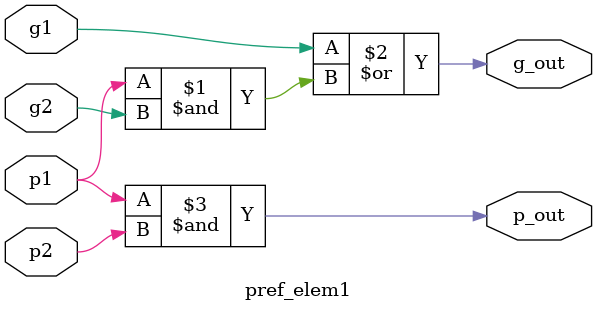
<source format=v>
module pref_elem1 (g1, p1, g2, p2, g_out, p_out);
	input g1;
	input p1;
	input g2;
	input p2;
	output g_out;
	output p_out;
	assign g_out = g1|(p1&g2);
	assign p_out = p1&p2;
endmodule

</source>
